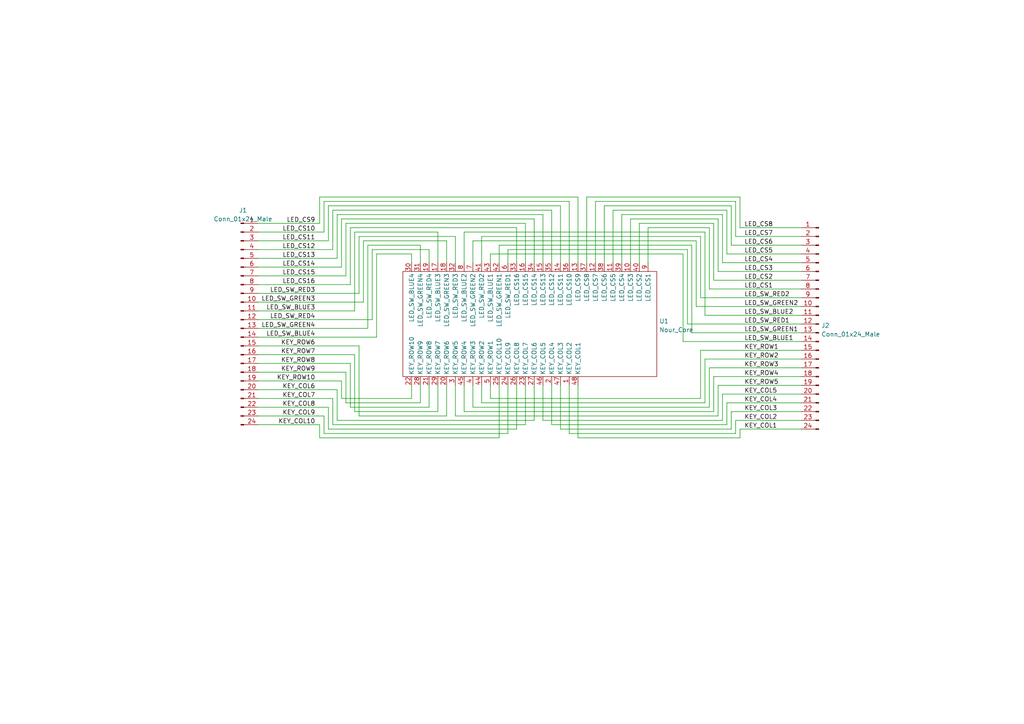
<source format=kicad_sch>
(kicad_sch (version 20211123) (generator eeschema)
  (paper "A4")
  (title_block (title "Core Breadboard Connector") (date "2022-09-04") (rev "0.1") (company "Nour Inc."))
  (lib_symbols
    (symbol "Connector:Conn_01x24_Male" (pin_names (offset 1.016) hide)
      (property "Reference" "J" (at 0 30.48 0))
      (property "Value" "Conn_01x24_Male" (at 0 -33.02 0))
      (symbol "Conn_01x24_Male_1_1"
        (polyline (pts (xy 1.27 -30.48) (xy 0.8636 -30.48)) (stroke (width 0.1524)))
        (polyline (pts (xy 1.27 -27.94) (xy 0.8636 -27.94)) (stroke (width 0.1524)))
        (polyline (pts (xy 1.27 -25.4) (xy 0.8636 -25.4)) (stroke (width 0.1524)))
        (polyline (pts (xy 1.27 -22.86) (xy 0.8636 -22.86)) (stroke (width 0.1524)))
        (polyline (pts (xy 1.27 -20.32) (xy 0.8636 -20.32)) (stroke (width 0.1524)))
        (polyline (pts (xy 1.27 -17.78) (xy 0.8636 -17.78)) (stroke (width 0.1524)))
        (polyline (pts (xy 1.27 -15.24) (xy 0.8636 -15.24)) (stroke (width 0.1524)))
        (polyline (pts (xy 1.27 -12.7) (xy 0.8636 -12.7)) (stroke (width 0.1524)))
        (polyline (pts (xy 1.27 -10.16) (xy 0.8636 -10.16)) (stroke (width 0.1524)))
        (polyline (pts (xy 1.27 -7.62) (xy 0.8636 -7.62)) (stroke (width 0.1524)))
        (polyline (pts (xy 1.27 -5.08) (xy 0.8636 -5.08)) (stroke (width 0.1524)))
        (polyline (pts (xy 1.27 -2.54) (xy 0.8636 -2.54)) (stroke (width 0.1524)))
        (polyline (pts (xy 1.27 0) (xy 0.8636 0)) (stroke (width 0.1524)))
        (polyline (pts (xy 1.27 2.54) (xy 0.8636 2.54)) (stroke (width 0.1524)))
        (polyline (pts (xy 1.27 5.08) (xy 0.8636 5.08)) (stroke (width 0.1524)))
        (polyline (pts (xy 1.27 7.62) (xy 0.8636 7.62)) (stroke (width 0.1524)))
        (polyline (pts (xy 1.27 10.16) (xy 0.8636 10.16)) (stroke (width 0.1524)))
        (polyline (pts (xy 1.27 12.7) (xy 0.8636 12.7)) (stroke (width 0.1524)))
        (polyline (pts (xy 1.27 15.24) (xy 0.8636 15.24)) (stroke (width 0.1524)))
        (polyline (pts (xy 1.27 17.78) (xy 0.8636 17.78)) (stroke (width 0.1524)))
        (polyline (pts (xy 1.27 20.32) (xy 0.8636 20.32)) (stroke (width 0.1524)))
        (polyline (pts (xy 1.27 22.86) (xy 0.8636 22.86)) (stroke (width 0.1524)))
        (polyline (pts (xy 1.27 25.4) (xy 0.8636 25.4)) (stroke (width 0.1524)))
        (polyline (pts (xy 1.27 27.94) (xy 0.8636 27.94)) (stroke (width 0.1524)))
        (rectangle (start 0.8636 -30.353) (end 0 -30.607) (stroke (width 0.1524)) (fill (type outline)))
        (rectangle (start 0.8636 -27.813) (end 0 -28.067) (stroke (width 0.1524)) (fill (type outline)))
        (rectangle (start 0.8636 -25.273) (end 0 -25.527) (stroke (width 0.1524)) (fill (type outline)))
        (rectangle (start 0.8636 -22.733) (end 0 -22.987) (stroke (width 0.1524)) (fill (type outline)))
        (rectangle (start 0.8636 -20.193) (end 0 -20.447) (stroke (width 0.1524)) (fill (type outline)))
        (rectangle (start 0.8636 -17.653) (end 0 -17.907) (stroke (width 0.1524)) (fill (type outline)))
        (rectangle (start 0.8636 -15.113) (end 0 -15.367) (stroke (width 0.1524)) (fill (type outline)))
        (rectangle (start 0.8636 -12.573) (end 0 -12.827) (stroke (width 0.1524)) (fill (type outline)))
        (rectangle (start 0.8636 -10.033) (end 0 -10.287) (stroke (width 0.1524)) (fill (type outline)))
        (rectangle (start 0.8636 -7.493) (end 0 -7.747) (stroke (width 0.1524)) (fill (type outline)))
        (rectangle (start 0.8636 -4.953) (end 0 -5.207) (stroke (width 0.1524)) (fill (type outline)))
        (rectangle (start 0.8636 -2.413) (end 0 -2.667) (stroke (width 0.1524)) (fill (type outline)))
        (rectangle (start 0.8636 0.127) (end 0 -0.127) (stroke (width 0.1524)) (fill (type outline)))
        (rectangle (start 0.8636 2.667) (end 0 2.413) (stroke (width 0.1524)) (fill (type outline)))
        (rectangle (start 0.8636 5.207) (end 0 4.953) (stroke (width 0.1524)) (fill (type outline)))
        (rectangle (start 0.8636 7.747) (end 0 7.493) (stroke (width 0.1524)) (fill (type outline)))
        (rectangle (start 0.8636 10.287) (end 0 10.033) (stroke (width 0.1524)) (fill (type outline)))
        (rectangle (start 0.8636 12.827) (end 0 12.573) (stroke (width 0.1524)) (fill (type outline)))
        (rectangle (start 0.8636 15.367) (end 0 15.113) (stroke (width 0.1524)) (fill (type outline)))
        (rectangle (start 0.8636 17.907) (end 0 17.653) (stroke (width 0.1524)) (fill (type outline)))
        (rectangle (start 0.8636 20.447) (end 0 20.193) (stroke (width 0.1524)) (fill (type outline)))
        (rectangle (start 0.8636 22.987) (end 0 22.733) (stroke (width 0.1524)) (fill (type outline)))
        (rectangle (start 0.8636 25.527) (end 0 25.273) (stroke (width 0.1524)) (fill (type outline)))
        (rectangle (start 0.8636 28.067) (end 0 27.813) (stroke (width 0.1524)) (fill (type outline)))
        (pin passive line (at 5.08 27.94 180) (length 3.81) (name "Pin_1") (number "1"))
        (pin passive line (at 5.08 5.08 180) (length 3.81) (name "Pin_10") (number "10"))
        (pin passive line (at 5.08 2.54 180) (length 3.81) (name "Pin_11") (number "11"))
        (pin passive line (at 5.08 0 180) (length 3.81) (name "Pin_12") (number "12"))
        (pin passive line (at 5.08 -2.54 180) (length 3.81) (name "Pin_13") (number "13"))
        (pin passive line (at 5.08 -5.08 180) (length 3.81) (name "Pin_14") (number "14"))
        (pin passive line (at 5.08 -7.62 180) (length 3.81) (name "Pin_15") (number "15"))
        (pin passive line (at 5.08 -10.16 180) (length 3.81) (name "Pin_16") (number "16"))
        (pin passive line (at 5.08 -12.7 180) (length 3.81) (name "Pin_17") (number "17"))
        (pin passive line (at 5.08 -15.24 180) (length 3.81) (name "Pin_18") (number "18"))
        (pin passive line (at 5.08 -17.78 180) (length 3.81) (name "Pin_19") (number "19"))
        (pin passive line (at 5.08 25.4 180) (length 3.81) (name "Pin_2") (number "2"))
        (pin passive line (at 5.08 -20.32 180) (length 3.81) (name "Pin_20") (number "20"))
        (pin passive line (at 5.08 -22.86 180) (length 3.81) (name "Pin_21") (number "21"))
        (pin passive line (at 5.08 -25.4 180) (length 3.81) (name "Pin_22") (number "22"))
        (pin passive line (at 5.08 -27.94 180) (length 3.81) (name "Pin_23") (number "23"))
        (pin passive line (at 5.08 -30.48 180) (length 3.81) (name "Pin_24") (number "24"))
        (pin passive line (at 5.08 22.86 180) (length 3.81) (name "Pin_3") (number "3"))
        (pin passive line (at 5.08 20.32 180) (length 3.81) (name "Pin_4") (number "4"))
        (pin passive line (at 5.08 17.78 180) (length 3.81) (name "Pin_5") (number "5"))
        (pin passive line (at 5.08 15.24 180) (length 3.81) (name "Pin_6") (number "6"))
        (pin passive line (at 5.08 12.7 180) (length 3.81) (name "Pin_7") (number "7"))
        (pin passive line (at 5.08 10.16 180) (length 3.81) (name "Pin_8") (number "8"))
        (pin passive line (at 5.08 7.62 180) (length 3.81) (name "Pin_9") (number "9"))
      )
    )
    (symbol "Nour_KB:Nour_Core" (in_bom no)
      (property "Reference" "U" (at 0 0 0))
      (property "Value" "Nour_Core" (at 0 -2.54 0))
      (symbol "Nour_Core_0_1"
        (rectangle (start -36.83 15.24) (end 36.83 -15.24) (stroke (width 0.1524)))
      )
      (symbol "Nour_Core_1_1"
        (pin passive line (at 11.43 -17.78 90) (length 2.54) (name "KEY_COL2") (number "1"))
        (pin passive line (at 29.21 17.78 270) (length 2.54) (name "LED_CS3") (number "10"))
        (pin passive line (at 24.13 17.78 270) (length 2.54) (name "LED_CS5") (number "11"))
        (pin passive line (at 19.05 17.78 270) (length 2.54) (name "LED_CS7") (number "12"))
        (pin passive line (at 13.97 17.78 270) (length 2.54) (name "LED_CS9") (number "13"))
        (pin passive line (at 8.89 17.78 270) (length 2.54) (name "LED_CS11") (number "14"))
        (pin passive line (at 3.81 17.78 270) (length 2.54) (name "LED_CS13") (number "15"))
        (pin passive line (at -1.27 17.78 270) (length 2.54) (name "LED_CS15") (number "16"))
        (pin passive line (at -26.67 17.78 270) (length 2.54) (name "LED_SW_BLUE3") (number "17"))
        (pin passive line (at -24.13 17.78 270) (length 2.54) (name "LED_SW_GREEN3") (number "18"))
        (pin passive line (at -29.21 17.78 270) (length 2.54) (name "LED_SW_RED4") (number "19"))
        (pin passive line (at 6.35 -17.78 90) (length 2.54) (name "KEY_COL4") (number "2"))
        (pin passive line (at -24.13 -17.78 90) (length 2.54) (name "KEY_ROW6") (number "20"))
        (pin passive line (at -29.21 -17.78 90) (length 2.54) (name "KEY_ROW8") (number "21"))
        (pin passive line (at -34.29 -17.78 90) (length 2.54) (name "KEY_ROW10") (number "22"))
        (pin passive line (at -1.27 -17.78 90) (length 2.54) (name "KEY_COL7") (number "23"))
        (pin passive line (at -6.35 -17.78 90) (length 2.54) (name "KEY_COL9") (number "24"))
        (pin passive line (at -8.89 -17.78 90) (length 2.54) (name "KEY_COL10") (number "25"))
        (pin passive line (at -3.81 -17.78 90) (length 2.54) (name "KEY_COL8") (number "26"))
        (pin passive line (at 1.27 -17.78 90) (length 2.54) (name "KEY_COL6") (number "27"))
        (pin passive line (at -31.75 -17.78 90) (length 2.54) (name "KEY_ROW9") (number "28"))
        (pin passive line (at -26.67 -17.78 90) (length 2.54) (name "KEY_ROW7") (number "29"))
        (pin passive line (at -21.59 -17.78 90) (length 2.54) (name "KEY_ROW5") (number "3"))
        (pin passive line (at -34.29 17.78 270) (length 2.54) (name "LED_SW_BLUE4") (number "30"))
        (pin passive line (at -31.75 17.78 270) (length 2.54) (name "LED_SW_GREEN4") (number "31"))
        (pin passive line (at -21.59 17.78 270) (length 2.54) (name "LED_SW_RED3") (number "32"))
        (pin passive line (at -3.81 17.78 270) (length 2.54) (name "LED_CS16") (number "33"))
        (pin passive line (at 1.27 17.78 270) (length 2.54) (name "LED_CS14") (number "34"))
        (pin passive line (at 6.35 17.78 270) (length 2.54) (name "LED_CS12") (number "35"))
        (pin passive line (at 11.43 17.78 270) (length 2.54) (name "LED_CS10") (number "36"))
        (pin passive line (at 16.51 17.78 270) (length 2.54) (name "LED_CS8") (number "37"))
        (pin passive line (at 21.59 17.78 270) (length 2.54) (name "LED_CS6") (number "38"))
        (pin passive line (at 26.67 17.78 270) (length 2.54) (name "LED_CS4") (number "39"))
        (pin passive line (at -16.51 -17.78 90) (length 2.54) (name "KEY_ROW3") (number "4"))
        (pin passive line (at 31.75 17.78 270) (length 2.54) (name "LED_CS2") (number "40"))
        (pin passive line (at -13.97 17.78 270) (length 2.54) (name "LED_SW_RED2") (number "41"))
        (pin passive line (at -8.89 17.78 270) (length 2.54) (name "LED_SW_GREEN1") (number "42"))
        (pin passive line (at -11.43 17.78 270) (length 2.54) (name "LED_SW_BLUE1") (number "43"))
        (pin passive line (at -13.97 -17.78 90) (length 2.54) (name "KEY_ROW2") (number "44"))
        (pin passive line (at -19.05 -17.78 90) (length 2.54) (name "KEY_ROW4") (number "45"))
        (pin passive line (at 3.81 -17.78 90) (length 2.54) (name "KEY_COL5") (number "46"))
        (pin passive line (at 8.89 -17.78 90) (length 2.54) (name "KEY_COL3") (number "47"))
        (pin passive line (at 13.97 -17.78 90) (length 2.54) (name "KEY_COL1") (number "48"))
        (pin passive line (at -11.43 -17.78 90) (length 2.54) (name "KEY_ROW1") (number "5"))
        (pin passive line (at -6.35 17.78 270) (length 2.54) (name "LED_SW_RED1") (number "6"))
        (pin passive line (at -16.51 17.78 270) (length 2.54) (name "LED_SW_GREEN2") (number "7"))
        (pin passive line (at -19.05 17.78 270) (length 2.54) (name "LED_SW_BLUE2") (number "8"))
        (pin passive line (at 34.29 17.78 270) (length 2.54) (name "LED_CS1") (number "9"))
      )
    )
  )
  (wire (pts (xy 210.82 60.96) (xy 210.82 73.66)))
  (wire (pts (xy 95.25 59.69) (xy 95.25 69.85)))
  (wire (pts (xy 99.06 63.5) (xy 154.94 63.5)))
  (wire (pts (xy 160.02 60.96) (xy 96.52 60.96)))
  (wire (pts (xy 212.09 71.12) (xy 232.41 71.12)))
  (wire (pts (xy 209.55 76.2) (xy 232.41 76.2)))
  (wire (pts (xy 209.55 114.3) (xy 232.41 114.3)))
  (wire (pts (xy 152.4 76.2) (xy 152.4 64.77)))
  (wire (pts (xy 101.6 66.04) (xy 149.86 66.04)))
  (wire (pts (xy 162.56 76.2) (xy 162.56 59.69)))
  (wire (pts (xy 147.32 125.73) (xy 93.98 125.73)))
  (wire (pts (xy 204.47 91.44) (xy 232.41 91.44)))
  (wire (pts (xy 97.79 62.23) (xy 97.79 74.93)))
  (wire (pts (xy 142.24 73.66) (xy 198.12 73.66)))
  (wire (pts (xy 200.66 71.12) (xy 200.66 96.52)))
  (wire (pts (xy 109.22 73.66) (xy 109.22 97.79)))
  (wire (pts (xy 213.36 125.73) (xy 213.36 121.92)))
  (wire (pts (xy 74.93 100.33) (xy 104.14 100.33)))
  (wire (pts (xy 160.02 76.2) (xy 160.02 60.96)))
  (wire (pts (xy 95.25 124.46) (xy 95.25 118.11)))
  (wire (pts (xy 92.71 57.15) (xy 92.71 64.77)))
  (wire (pts (xy 154.94 111.76) (xy 154.94 121.92)))
  (wire (pts (xy 165.1 76.2) (xy 165.1 58.42)))
  (wire (pts (xy 97.79 62.23) (xy 157.48 62.23)))
  (wire (pts (xy 74.93 72.39) (xy 96.52 72.39)))
  (wire (pts (xy 137.16 118.11) (xy 205.74 118.11)))
  (wire (pts (xy 144.78 111.76) (xy 144.78 127)))
  (wire (pts (xy 203.2 86.36) (xy 232.41 86.36)))
  (wire (pts (xy 102.87 67.31) (xy 102.87 90.17)))
  (wire (pts (xy 101.6 118.11) (xy 101.6 105.41)))
  (wire (pts (xy 208.28 63.5) (xy 182.88 63.5)))
  (wire (pts (xy 207.01 119.38) (xy 207.01 109.22)))
  (wire (pts (xy 149.86 76.2) (xy 149.86 66.04)))
  (wire (pts (xy 212.09 124.46) (xy 212.09 119.38)))
  (wire (pts (xy 132.08 111.76) (xy 132.08 120.65)))
  (wire (pts (xy 100.33 64.77) (xy 152.4 64.77)))
  (wire (pts (xy 134.62 119.38) (xy 207.01 119.38)))
  (wire (pts (xy 74.93 110.49) (xy 99.06 110.49)))
  (wire (pts (xy 208.28 78.74) (xy 232.41 78.74)))
  (wire (pts (xy 167.64 57.15) (xy 92.71 57.15)))
  (wire (pts (xy 209.55 62.23) (xy 209.55 76.2)))
  (wire (pts (xy 210.82 60.96) (xy 177.8 60.96)))
  (wire (pts (xy 208.28 120.65) (xy 208.28 111.76)))
  (wire (pts (xy 209.55 62.23) (xy 180.34 62.23)))
  (wire (pts (xy 157.48 121.92) (xy 209.55 121.92)))
  (wire (pts (xy 124.46 76.2) (xy 124.46 72.39)))
  (wire (pts (xy 214.63 124.46) (xy 232.41 124.46)))
  (wire (pts (xy 104.14 68.58) (xy 132.08 68.58)))
  (wire (pts (xy 119.38 76.2) (xy 119.38 73.66)))
  (wire (pts (xy 74.93 120.65) (xy 93.98 120.65)))
  (wire (pts (xy 74.93 102.87) (xy 102.87 102.87)))
  (wire (pts (xy 139.7 68.58) (xy 203.2 68.58)))
  (wire (pts (xy 203.2 101.6) (xy 232.41 101.6)))
  (wire (pts (xy 214.63 57.15) (xy 214.63 66.04)))
  (wire (pts (xy 157.48 76.2) (xy 157.48 62.23)))
  (wire (pts (xy 205.74 83.82) (xy 232.41 83.82)))
  (wire (pts (xy 165.1 111.76) (xy 165.1 125.73)))
  (wire (pts (xy 207.01 64.77) (xy 207.01 81.28)))
  (wire (pts (xy 105.41 69.85) (xy 105.41 87.63)))
  (wire (pts (xy 199.39 72.39) (xy 199.39 93.98)))
  (wire (pts (xy 160.02 123.19) (xy 210.82 123.19)))
  (wire (pts (xy 213.36 58.42) (xy 172.72 58.42)))
  (wire (pts (xy 213.36 68.58) (xy 232.41 68.58)))
  (wire (pts (xy 142.24 115.57) (xy 203.2 115.57)))
  (wire (pts (xy 214.63 66.04) (xy 232.41 66.04)))
  (wire (pts (xy 167.64 76.2) (xy 167.64 57.15)))
  (wire (pts (xy 106.68 71.12) (xy 121.92 71.12)))
  (wire (pts (xy 127 76.2) (xy 127 67.31)))
  (wire (pts (xy 93.98 125.73) (xy 93.98 120.65)))
  (wire (pts (xy 170.18 57.15) (xy 170.18 76.2)))
  (wire (pts (xy 127 111.76) (xy 127 119.38)))
  (wire (pts (xy 74.93 69.85) (xy 95.25 69.85)))
  (wire (pts (xy 147.32 111.76) (xy 147.32 125.73)))
  (wire (pts (xy 106.68 71.12) (xy 106.68 95.25)))
  (wire (pts (xy 212.09 119.38) (xy 232.41 119.38)))
  (wire (pts (xy 207.01 81.28) (xy 232.41 81.28)))
  (wire (pts (xy 107.95 72.39) (xy 107.95 92.71)))
  (wire (pts (xy 212.09 59.69) (xy 175.26 59.69)))
  (wire (pts (xy 162.56 111.76) (xy 162.56 124.46)))
  (wire (pts (xy 210.82 73.66) (xy 232.41 73.66)))
  (wire (pts (xy 162.56 59.69) (xy 95.25 59.69)))
  (wire (pts (xy 180.34 62.23) (xy 180.34 76.2)))
  (wire (pts (xy 154.94 121.92) (xy 97.79 121.92)))
  (wire (pts (xy 137.16 76.2) (xy 137.16 69.85)))
  (wire (pts (xy 74.93 74.93) (xy 97.79 74.93)))
  (wire (pts (xy 199.39 93.98) (xy 232.41 93.98)))
  (wire (pts (xy 74.93 123.19) (xy 92.71 123.19)))
  (wire (pts (xy 210.82 116.84) (xy 232.41 116.84)))
  (wire (pts (xy 129.54 111.76) (xy 129.54 120.65)))
  (wire (pts (xy 99.06 63.5) (xy 99.06 77.47)))
  (wire (pts (xy 205.74 66.04) (xy 205.74 83.82)))
  (wire (pts (xy 175.26 59.69) (xy 175.26 76.2)))
  (wire (pts (xy 165.1 125.73) (xy 213.36 125.73)))
  (wire (pts (xy 201.93 69.85) (xy 201.93 88.9)))
  (wire (pts (xy 134.62 67.31) (xy 204.47 67.31)))
  (wire (pts (xy 205.74 66.04) (xy 187.96 66.04)))
  (wire (pts (xy 142.24 76.2) (xy 142.24 73.66)))
  (wire (pts (xy 121.92 111.76) (xy 121.92 116.84)))
  (wire (pts (xy 105.41 69.85) (xy 129.54 69.85)))
  (wire (pts (xy 96.52 60.96) (xy 96.52 72.39)))
  (wire (pts (xy 208.28 111.76) (xy 232.41 111.76)))
  (wire (pts (xy 149.86 111.76) (xy 149.86 124.46)))
  (wire (pts (xy 214.63 127) (xy 214.63 124.46)))
  (wire (pts (xy 134.62 76.2) (xy 134.62 67.31)))
  (wire (pts (xy 165.1 58.42) (xy 93.98 58.42)))
  (wire (pts (xy 139.7 111.76) (xy 139.7 116.84)))
  (wire (pts (xy 203.2 115.57) (xy 203.2 101.6)))
  (wire (pts (xy 144.78 127) (xy 92.71 127)))
  (wire (pts (xy 129.54 76.2) (xy 129.54 69.85)))
  (wire (pts (xy 172.72 58.42) (xy 172.72 76.2)))
  (wire (pts (xy 152.4 111.76) (xy 152.4 123.19)))
  (wire (pts (xy 134.62 111.76) (xy 134.62 119.38)))
  (wire (pts (xy 104.14 120.65) (xy 104.14 100.33)))
  (wire (pts (xy 142.24 111.76) (xy 142.24 115.57)))
  (wire (pts (xy 207.01 109.22) (xy 232.41 109.22)))
  (wire (pts (xy 187.96 66.04) (xy 187.96 76.2)))
  (wire (pts (xy 182.88 63.5) (xy 182.88 76.2)))
  (wire (pts (xy 104.14 68.58) (xy 104.14 85.09)))
  (wire (pts (xy 210.82 123.19) (xy 210.82 116.84)))
  (wire (pts (xy 144.78 71.12) (xy 200.66 71.12)))
  (wire (pts (xy 100.33 116.84) (xy 100.33 107.95)))
  (wire (pts (xy 74.93 87.63) (xy 105.41 87.63)))
  (wire (pts (xy 102.87 119.38) (xy 102.87 102.87)))
  (wire (pts (xy 74.93 82.55) (xy 101.6 82.55)))
  (wire (pts (xy 74.93 107.95) (xy 100.33 107.95)))
  (wire (pts (xy 137.16 111.76) (xy 137.16 118.11)))
  (wire (pts (xy 74.93 77.47) (xy 99.06 77.47)))
  (wire (pts (xy 213.36 58.42) (xy 213.36 68.58)))
  (wire (pts (xy 74.93 105.41) (xy 101.6 105.41)))
  (wire (pts (xy 198.12 73.66) (xy 198.12 99.06)))
  (wire (pts (xy 177.8 60.96) (xy 177.8 76.2)))
  (wire (pts (xy 204.47 116.84) (xy 204.47 104.14)))
  (wire (pts (xy 205.74 106.68) (xy 232.41 106.68)))
  (wire (pts (xy 74.93 113.03) (xy 97.79 113.03)))
  (wire (pts (xy 212.09 59.69) (xy 212.09 71.12)))
  (wire (pts (xy 152.4 123.19) (xy 96.52 123.19)))
  (wire (pts (xy 124.46 111.76) (xy 124.46 118.11)))
  (wire (pts (xy 185.42 64.77) (xy 185.42 76.2)))
  (wire (pts (xy 209.55 121.92) (xy 209.55 114.3)))
  (wire (pts (xy 74.93 85.09) (xy 104.14 85.09)))
  (wire (pts (xy 121.92 76.2) (xy 121.92 71.12)))
  (wire (pts (xy 109.22 73.66) (xy 119.38 73.66)))
  (wire (pts (xy 157.48 111.76) (xy 157.48 121.92)))
  (wire (pts (xy 203.2 68.58) (xy 203.2 86.36)))
  (wire (pts (xy 99.06 115.57) (xy 99.06 110.49)))
  (wire (pts (xy 147.32 76.2) (xy 147.32 72.39)))
  (wire (pts (xy 204.47 67.31) (xy 204.47 91.44)))
  (wire (pts (xy 102.87 67.31) (xy 127 67.31)))
  (wire (pts (xy 132.08 76.2) (xy 132.08 68.58)))
  (wire (pts (xy 101.6 66.04) (xy 101.6 82.55)))
  (wire (pts (xy 139.7 116.84) (xy 204.47 116.84)))
  (wire (pts (xy 200.66 96.52) (xy 232.41 96.52)))
  (wire (pts (xy 167.64 111.76) (xy 167.64 127)))
  (wire (pts (xy 160.02 111.76) (xy 160.02 123.19)))
  (wire (pts (xy 201.93 88.9) (xy 232.41 88.9)))
  (wire (pts (xy 74.93 92.71) (xy 107.95 92.71)))
  (wire (pts (xy 100.33 64.77) (xy 100.33 80.01)))
  (wire (pts (xy 119.38 111.76) (xy 119.38 115.57)))
  (wire (pts (xy 207.01 64.77) (xy 185.42 64.77)))
  (wire (pts (xy 74.93 95.25) (xy 106.68 95.25)))
  (wire (pts (xy 137.16 69.85) (xy 201.93 69.85)))
  (wire (pts (xy 144.78 76.2) (xy 144.78 71.12)))
  (wire (pts (xy 74.93 64.77) (xy 92.71 64.77)))
  (wire (pts (xy 132.08 120.65) (xy 208.28 120.65)))
  (wire (pts (xy 74.93 67.31) (xy 93.98 67.31)))
  (wire (pts (xy 97.79 121.92) (xy 97.79 113.03)))
  (wire (pts (xy 96.52 123.19) (xy 96.52 115.57)))
  (wire (pts (xy 74.93 118.11) (xy 95.25 118.11)))
  (wire (pts (xy 127 119.38) (xy 102.87 119.38)))
  (wire (pts (xy 147.32 72.39) (xy 199.39 72.39)))
  (wire (pts (xy 74.93 90.17) (xy 102.87 90.17)))
  (wire (pts (xy 149.86 124.46) (xy 95.25 124.46)))
  (wire (pts (xy 213.36 121.92) (xy 232.41 121.92)))
  (wire (pts (xy 162.56 124.46) (xy 212.09 124.46)))
  (wire (pts (xy 107.95 72.39) (xy 124.46 72.39)))
  (wire (pts (xy 93.98 58.42) (xy 93.98 67.31)))
  (wire (pts (xy 198.12 99.06) (xy 232.41 99.06)))
  (wire (pts (xy 208.28 63.5) (xy 208.28 78.74)))
  (wire (pts (xy 167.64 127) (xy 214.63 127)))
  (wire (pts (xy 74.93 97.79) (xy 109.22 97.79)))
  (wire (pts (xy 129.54 120.65) (xy 104.14 120.65)))
  (wire (pts (xy 121.92 116.84) (xy 100.33 116.84)))
  (wire (pts (xy 74.93 115.57) (xy 96.52 115.57)))
  (wire (pts (xy 205.74 118.11) (xy 205.74 106.68)))
  (wire (pts (xy 154.94 76.2) (xy 154.94 63.5)))
  (wire (pts (xy 119.38 115.57) (xy 99.06 115.57)))
  (wire (pts (xy 139.7 76.2) (xy 139.7 68.58)))
  (wire (pts (xy 92.71 127) (xy 92.71 123.19)))
  (wire (pts (xy 74.93 80.01) (xy 100.33 80.01)))
  (wire (pts (xy 214.63 57.15) (xy 170.18 57.15)))
  (wire (pts (xy 124.46 118.11) (xy 101.6 118.11)))
  (wire (pts (xy 204.47 104.14) (xy 232.41 104.14)))
  (label "LED_CS9" (at 91.44 64.77 180))
  (label "KEY_COL4" (at 215.9 116.84 0))
  (label "KEY_COL3" (at 215.9 119.38 0))
  (label "LED_CS4" (at 215.9 76.2 0))
  (label "KEY_COL6" (at 91.44 113.03 180))
  (label "LED_CS2" (at 215.9 81.28 0))
  (label "KEY_ROW9" (at 91.44 107.95 180))
  (label "LED_CS1" (at 215.9 83.82 0))
  (label "LED_CS7" (at 215.9 68.58 0))
  (label "LED_CS5" (at 215.9 73.66 0))
  (label "KEY_COL9" (at 91.44 120.65 180))
  (label "KEY_ROW5" (at 215.9 111.76 0))
  (label "LED_SW_BLUE3" (at 91.44 90.17 180))
  (label "LED_SW_BLUE2" (at 215.9 91.44 0))
  (label "LED_SW_BLUE1" (at 215.9 99.06 0))
  (label "KEY_COL10" (at 91.44 123.19 180))
  (label "LED_CS11" (at 91.44 69.85 180))
  (label "LED_CS14" (at 91.44 77.47 180))
  (label "LED_CS6" (at 215.9 71.12 0))
  (label "KEY_ROW6" (at 91.44 100.33 180))
  (label "KEY_ROW3" (at 215.9 106.68 0))
  (label "KEY_COL5" (at 215.9 114.3 0))
  (label "LED_SW_GREEN3" (at 91.44 87.63 180))
  (label "LED_CS12" (at 91.44 72.39 180))
  (label "KEY_COL8" (at 91.44 118.11 180))
  (label "KEY_ROW7" (at 91.44 102.87 180))
  (label "LED_SW_GREEN2" (at 215.9 88.9 0))
  (label "LED_CS8" (at 215.9 66.04 0))
  (label "KEY_COL2" (at 215.9 121.92 0))
  (label "LED_CS3" (at 215.9 78.74 0))
  (label "KEY_COL7" (at 91.44 115.57 180))
  (label "LED_SW_BLUE4" (at 91.44 97.79 180))
  (label "KEY_ROW2" (at 215.9 104.14 0))
  (label "LED_SW_RED3" (at 91.44 85.09 180))
  (label "KEY_ROW4" (at 215.9 109.22 0))
  (label "LED_SW_RED2" (at 215.9 86.36 0))
  (label "LED_CS10" (at 91.44 67.31 180))
  (label "KEY_COL1" (at 215.9 124.46 0))
  (label "LED_CS15" (at 91.44 80.01 180))
  (label "KEY_ROW1" (at 215.9 101.6 0))
  (label "LED_SW_RED1" (at 215.9 93.98 0))
  (label "LED_CS13" (at 91.44 74.93 180))
  (label "KEY_ROW10" (at 91.44 110.49 180))
  (label "LED_SW_GREEN1" (at 215.9 96.52 0))
  (label "KEY_ROW8" (at 91.44 105.41 180))
  (label "LED_SW_RED4" (at 91.44 92.71 180))
  (label "LED_CS16" (at 91.44 82.55 180))
  (label "LED_SW_GREEN4" (at 91.44 95.25 180))
  (symbol (lib_id "Connector:Conn_01x24_Male") (at 237.49 93.98 0) (mirror y) (unit 1)
    (property "Reference" "J2" (at 238.2012 94.4153 0) (effects (justify right)))
    (property "Value" "Conn_01x24_Male" (at 238.2012 96.9522 0) (effects (justify right)))
    (property "Footprint" "Connector_PinHeader_2.54mm:PinHeader_1x24_P2.54mm_Vertical" (effects hide))
  )
  (symbol (lib_id "Connector:Conn_01x24_Male") (at 69.85 92.71 0) (unit 1)
    (property "Reference" "J1" (at 70.485 60.994 0))
    (property "Value" "Conn_01x24_Male" (at 70.485 63.5309 0))
    (property "Footprint" "Connector_PinHeader_2.54mm:PinHeader_1x24_P2.54mm_Vertical" (effects hide))
  )
  (symbol (lib_id "Nour_KB:Nour_Core") (at 153.67 93.98 0) (unit 1) (in_bom no)
    (property "Reference" "U1" (at 191.2112 93.1453 0) (effects (justify left)))
    (property "Value" "Nour_Core" (at 191.2112 95.6822 0) (effects (justify left)))
    (property "Footprint" "Nour_KB:Nour_Core" (effects hide))
  )
)
</source>
